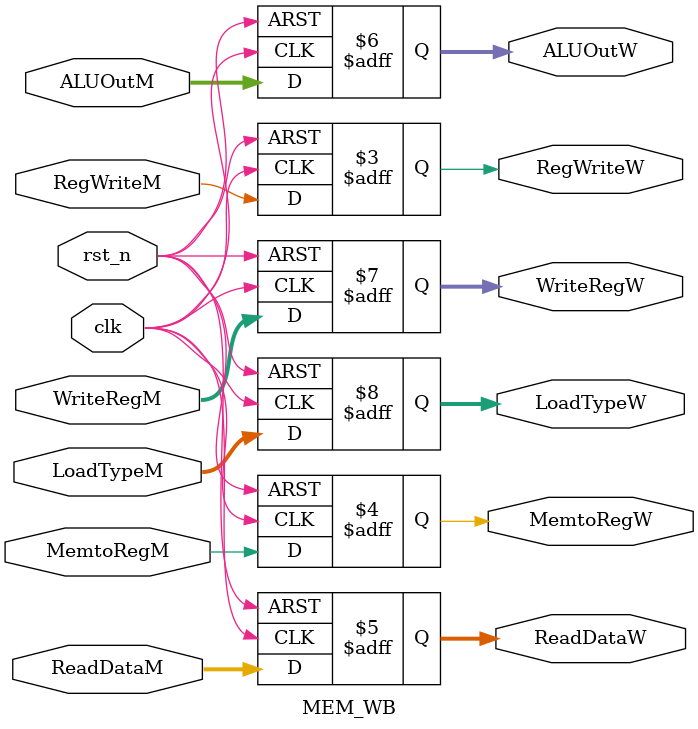
<source format=v>
`timescale 1ns / 1ps
module MEM_WB(
	input clk,
	input rst_n,

	input RegWriteM,
	output reg RegWriteW,
	input MemtoRegM,
	output reg MemtoRegW,
	input [31:0]ReadDataM,
	output reg [31:0]ReadDataW,
	input [31:0]ALUOutM,
	output reg [31:0]ALUOutW,
	input [4:0]WriteRegM,
	output reg [4:0]WriteRegW,
	input [2:0]LoadTypeM,
	output reg [2:0]LoadTypeW
    );
	
	always @(posedge clk or negedge rst_n) begin
		if (~rst_n) begin
			RegWriteW<=0;
			MemtoRegW<=0;
			ReadDataW<=0;
			ALUOutW<=0;
			WriteRegW<=0;
			LoadTypeW<=0;
		end
		else begin
			RegWriteW<=RegWriteM;
			MemtoRegW<=MemtoRegM;
			ReadDataW<=ReadDataM;
			ALUOutW<=ALUOutM;
			WriteRegW<=WriteRegM;
			LoadTypeW<=LoadTypeM;
		end
	end	

endmodule

</source>
